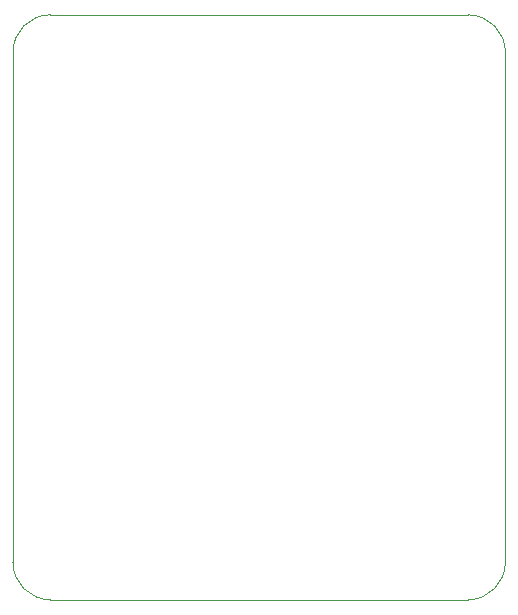
<source format=gm1>
G04 #@! TF.GenerationSoftware,KiCad,Pcbnew,8.0.9-8.0.9-0~ubuntu24.04.1*
G04 #@! TF.CreationDate,2025-06-07T19:12:40-04:00*
G04 #@! TF.ProjectId,Sensor Board,53656e73-6f72-4204-926f-6172642e6b69,rev?*
G04 #@! TF.SameCoordinates,Original*
G04 #@! TF.FileFunction,Profile,NP*
%FSLAX46Y46*%
G04 Gerber Fmt 4.6, Leading zero omitted, Abs format (unit mm)*
G04 Created by KiCad (PCBNEW 8.0.9-8.0.9-0~ubuntu24.04.1) date 2025-06-07 19:12:40*
%MOMM*%
%LPD*%
G01*
G04 APERTURE LIST*
G04 #@! TA.AperFunction,Profile*
%ADD10C,0.100000*%
G04 #@! TD*
G04 APERTURE END LIST*
D10*
X220258936Y-104140000D02*
X184912000Y-104140000D01*
X220258936Y-54610000D02*
G75*
G02*
X223433900Y-57785000I-36J-3175000D01*
G01*
X184912000Y-104140000D02*
G75*
G02*
X181737000Y-100965000I0J3175000D01*
G01*
X181737000Y-57785000D02*
G75*
G02*
X184912000Y-54610000I3175000J0D01*
G01*
X184912000Y-54610000D02*
X220258936Y-54610000D01*
X181737000Y-100965000D02*
X181737000Y-57785000D01*
X223433936Y-57785000D02*
X223433936Y-100965000D01*
X223433936Y-100965000D02*
G75*
G02*
X220258936Y-104140036I-3175036J0D01*
G01*
M02*

</source>
